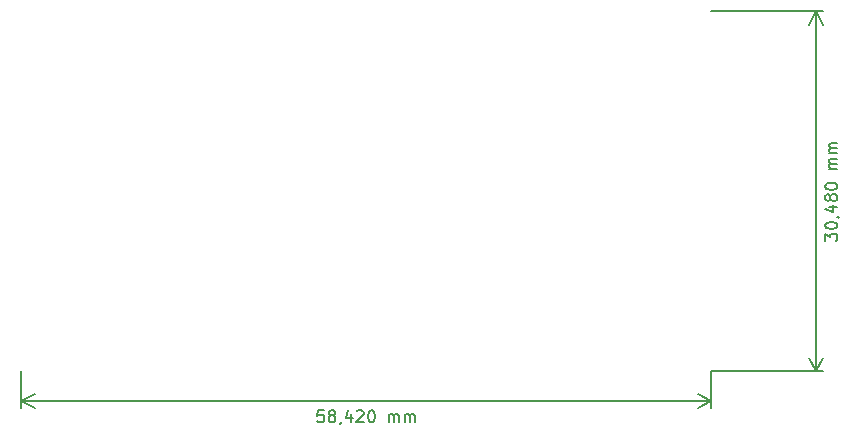
<source format=gbr>
%TF.GenerationSoftware,KiCad,Pcbnew,5.1.4-3.fc31*%
%TF.CreationDate,2019-11-03T17:38:08+01:00*%
%TF.ProjectId,ft232rl_converter_v2,66743233-3272-46c5-9f63-6f6e76657274,rev?*%
%TF.SameCoordinates,PX4d83c00PY525bfc0*%
%TF.FileFunction,Other,Comment*%
%FSLAX46Y46*%
G04 Gerber Fmt 4.6, Leading zero omitted, Abs format (unit mm)*
G04 Created by KiCad (PCBNEW 5.1.4-3.fc31) date 2019-11-03 17:38:08*
%MOMM*%
%LPD*%
G04 APERTURE LIST*
%ADD10C,0.150000*%
G04 APERTURE END LIST*
D10*
X68062380Y11049524D02*
X68062380Y11668572D01*
X68443333Y11335239D01*
X68443333Y11478096D01*
X68490952Y11573334D01*
X68538571Y11620953D01*
X68633809Y11668572D01*
X68871904Y11668572D01*
X68967142Y11620953D01*
X69014761Y11573334D01*
X69062380Y11478096D01*
X69062380Y11192381D01*
X69014761Y11097143D01*
X68967142Y11049524D01*
X68062380Y12287620D02*
X68062380Y12382858D01*
X68110000Y12478096D01*
X68157619Y12525715D01*
X68252857Y12573334D01*
X68443333Y12620953D01*
X68681428Y12620953D01*
X68871904Y12573334D01*
X68967142Y12525715D01*
X69014761Y12478096D01*
X69062380Y12382858D01*
X69062380Y12287620D01*
X69014761Y12192381D01*
X68967142Y12144762D01*
X68871904Y12097143D01*
X68681428Y12049524D01*
X68443333Y12049524D01*
X68252857Y12097143D01*
X68157619Y12144762D01*
X68110000Y12192381D01*
X68062380Y12287620D01*
X69014761Y13097143D02*
X69062380Y13097143D01*
X69157619Y13049524D01*
X69205238Y13001905D01*
X68395714Y13954286D02*
X69062380Y13954286D01*
X68014761Y13716191D02*
X68729047Y13478096D01*
X68729047Y14097143D01*
X68490952Y14620953D02*
X68443333Y14525715D01*
X68395714Y14478096D01*
X68300476Y14430477D01*
X68252857Y14430477D01*
X68157619Y14478096D01*
X68110000Y14525715D01*
X68062380Y14620953D01*
X68062380Y14811429D01*
X68110000Y14906667D01*
X68157619Y14954286D01*
X68252857Y15001905D01*
X68300476Y15001905D01*
X68395714Y14954286D01*
X68443333Y14906667D01*
X68490952Y14811429D01*
X68490952Y14620953D01*
X68538571Y14525715D01*
X68586190Y14478096D01*
X68681428Y14430477D01*
X68871904Y14430477D01*
X68967142Y14478096D01*
X69014761Y14525715D01*
X69062380Y14620953D01*
X69062380Y14811429D01*
X69014761Y14906667D01*
X68967142Y14954286D01*
X68871904Y15001905D01*
X68681428Y15001905D01*
X68586190Y14954286D01*
X68538571Y14906667D01*
X68490952Y14811429D01*
X68062380Y15620953D02*
X68062380Y15716191D01*
X68110000Y15811429D01*
X68157619Y15859048D01*
X68252857Y15906667D01*
X68443333Y15954286D01*
X68681428Y15954286D01*
X68871904Y15906667D01*
X68967142Y15859048D01*
X69014761Y15811429D01*
X69062380Y15716191D01*
X69062380Y15620953D01*
X69014761Y15525715D01*
X68967142Y15478096D01*
X68871904Y15430477D01*
X68681428Y15382858D01*
X68443333Y15382858D01*
X68252857Y15430477D01*
X68157619Y15478096D01*
X68110000Y15525715D01*
X68062380Y15620953D01*
X69062380Y17144762D02*
X68395714Y17144762D01*
X68490952Y17144762D02*
X68443333Y17192381D01*
X68395714Y17287620D01*
X68395714Y17430477D01*
X68443333Y17525715D01*
X68538571Y17573334D01*
X69062380Y17573334D01*
X68538571Y17573334D02*
X68443333Y17620953D01*
X68395714Y17716191D01*
X68395714Y17859048D01*
X68443333Y17954286D01*
X68538571Y18001905D01*
X69062380Y18001905D01*
X69062380Y18478096D02*
X68395714Y18478096D01*
X68490952Y18478096D02*
X68443333Y18525715D01*
X68395714Y18620953D01*
X68395714Y18763810D01*
X68443333Y18859048D01*
X68538571Y18906667D01*
X69062380Y18906667D01*
X68538571Y18906667D02*
X68443333Y18954286D01*
X68395714Y19049524D01*
X68395714Y19192381D01*
X68443333Y19287620D01*
X68538571Y19335239D01*
X69062380Y19335239D01*
X67310000Y0D02*
X67310000Y30480000D01*
X58420000Y0D02*
X67896421Y0D01*
X58420000Y30480000D02*
X67896421Y30480000D01*
X67310000Y30480000D02*
X67896421Y29353496D01*
X67310000Y30480000D02*
X66723579Y29353496D01*
X67310000Y0D02*
X67896421Y1126504D01*
X67310000Y0D02*
X66723579Y1126504D01*
X25590952Y-3292380D02*
X25114761Y-3292380D01*
X25067142Y-3768571D01*
X25114761Y-3720952D01*
X25210000Y-3673333D01*
X25448095Y-3673333D01*
X25543333Y-3720952D01*
X25590952Y-3768571D01*
X25638571Y-3863809D01*
X25638571Y-4101904D01*
X25590952Y-4197142D01*
X25543333Y-4244761D01*
X25448095Y-4292380D01*
X25210000Y-4292380D01*
X25114761Y-4244761D01*
X25067142Y-4197142D01*
X26210000Y-3720952D02*
X26114761Y-3673333D01*
X26067142Y-3625714D01*
X26019523Y-3530476D01*
X26019523Y-3482857D01*
X26067142Y-3387619D01*
X26114761Y-3340000D01*
X26210000Y-3292380D01*
X26400476Y-3292380D01*
X26495714Y-3340000D01*
X26543333Y-3387619D01*
X26590952Y-3482857D01*
X26590952Y-3530476D01*
X26543333Y-3625714D01*
X26495714Y-3673333D01*
X26400476Y-3720952D01*
X26210000Y-3720952D01*
X26114761Y-3768571D01*
X26067142Y-3816190D01*
X26019523Y-3911428D01*
X26019523Y-4101904D01*
X26067142Y-4197142D01*
X26114761Y-4244761D01*
X26210000Y-4292380D01*
X26400476Y-4292380D01*
X26495714Y-4244761D01*
X26543333Y-4197142D01*
X26590952Y-4101904D01*
X26590952Y-3911428D01*
X26543333Y-3816190D01*
X26495714Y-3768571D01*
X26400476Y-3720952D01*
X27067142Y-4244761D02*
X27067142Y-4292380D01*
X27019523Y-4387619D01*
X26971904Y-4435238D01*
X27924285Y-3625714D02*
X27924285Y-4292380D01*
X27686190Y-3244761D02*
X27448095Y-3959047D01*
X28067142Y-3959047D01*
X28400476Y-3387619D02*
X28448095Y-3340000D01*
X28543333Y-3292380D01*
X28781428Y-3292380D01*
X28876666Y-3340000D01*
X28924285Y-3387619D01*
X28971904Y-3482857D01*
X28971904Y-3578095D01*
X28924285Y-3720952D01*
X28352857Y-4292380D01*
X28971904Y-4292380D01*
X29590952Y-3292380D02*
X29686190Y-3292380D01*
X29781428Y-3340000D01*
X29829047Y-3387619D01*
X29876666Y-3482857D01*
X29924285Y-3673333D01*
X29924285Y-3911428D01*
X29876666Y-4101904D01*
X29829047Y-4197142D01*
X29781428Y-4244761D01*
X29686190Y-4292380D01*
X29590952Y-4292380D01*
X29495714Y-4244761D01*
X29448095Y-4197142D01*
X29400476Y-4101904D01*
X29352857Y-3911428D01*
X29352857Y-3673333D01*
X29400476Y-3482857D01*
X29448095Y-3387619D01*
X29495714Y-3340000D01*
X29590952Y-3292380D01*
X31114761Y-4292380D02*
X31114761Y-3625714D01*
X31114761Y-3720952D02*
X31162380Y-3673333D01*
X31257619Y-3625714D01*
X31400476Y-3625714D01*
X31495714Y-3673333D01*
X31543333Y-3768571D01*
X31543333Y-4292380D01*
X31543333Y-3768571D02*
X31590952Y-3673333D01*
X31686190Y-3625714D01*
X31829047Y-3625714D01*
X31924285Y-3673333D01*
X31971904Y-3768571D01*
X31971904Y-4292380D01*
X32448095Y-4292380D02*
X32448095Y-3625714D01*
X32448095Y-3720952D02*
X32495714Y-3673333D01*
X32590952Y-3625714D01*
X32733809Y-3625714D01*
X32829047Y-3673333D01*
X32876666Y-3768571D01*
X32876666Y-4292380D01*
X32876666Y-3768571D02*
X32924285Y-3673333D01*
X33019523Y-3625714D01*
X33162380Y-3625714D01*
X33257619Y-3673333D01*
X33305238Y-3768571D01*
X33305238Y-4292380D01*
X0Y-2540000D02*
X58420000Y-2540000D01*
X0Y0D02*
X0Y-3126421D01*
X58420000Y0D02*
X58420000Y-3126421D01*
X58420000Y-2540000D02*
X57293496Y-3126421D01*
X58420000Y-2540000D02*
X57293496Y-1953579D01*
X0Y-2540000D02*
X1126504Y-3126421D01*
X0Y-2540000D02*
X1126504Y-1953579D01*
M02*

</source>
